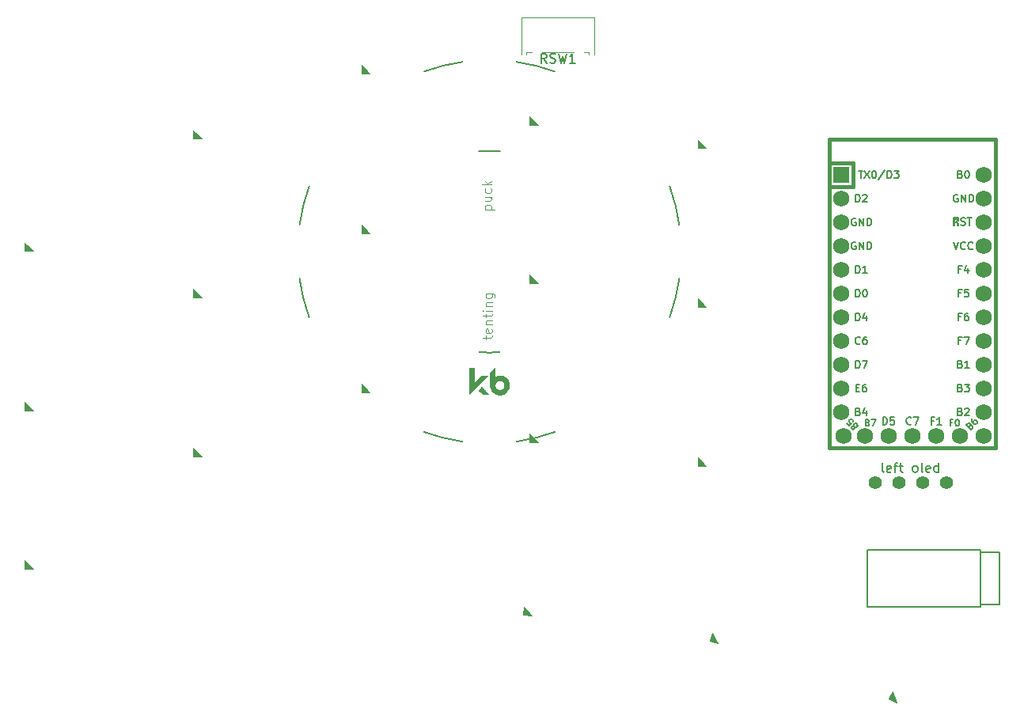
<source format=gbr>
%TF.GenerationSoftware,KiCad,Pcbnew,(6.0.0)*%
%TF.CreationDate,2022-04-19T22:23:16-07:00*%
%TF.ProjectId,half-swept,68616c66-2d73-4776-9570-742e6b696361,rev?*%
%TF.SameCoordinates,Original*%
%TF.FileFunction,Legend,Top*%
%TF.FilePolarity,Positive*%
%FSLAX46Y46*%
G04 Gerber Fmt 4.6, Leading zero omitted, Abs format (unit mm)*
G04 Created by KiCad (PCBNEW (6.0.0)) date 2022-04-19 22:23:16*
%MOMM*%
%LPD*%
G01*
G04 APERTURE LIST*
%ADD10C,0.150000*%
%ADD11C,0.100000*%
%ADD12C,0.120000*%
%ADD13C,0.200000*%
%ADD14C,0.010000*%
%ADD15C,0.381000*%
%ADD16R,1.752600X1.752600*%
%ADD17C,1.752600*%
%ADD18C,1.397000*%
G04 APERTURE END LIST*
D10*
%TO.C,RSW1*%
X73640950Y-17537375D02*
X73307616Y-17061185D01*
X73069521Y-17537375D02*
X73069521Y-16537375D01*
X73450474Y-16537375D01*
X73545712Y-16584995D01*
X73593331Y-16632614D01*
X73640950Y-16727852D01*
X73640950Y-16870709D01*
X73593331Y-16965947D01*
X73545712Y-17013566D01*
X73450474Y-17061185D01*
X73069521Y-17061185D01*
X74021902Y-17489756D02*
X74164759Y-17537375D01*
X74402855Y-17537375D01*
X74498093Y-17489756D01*
X74545712Y-17442137D01*
X74593331Y-17346899D01*
X74593331Y-17251661D01*
X74545712Y-17156423D01*
X74498093Y-17108804D01*
X74402855Y-17061185D01*
X74212378Y-17013566D01*
X74117140Y-16965947D01*
X74069521Y-16918328D01*
X74021902Y-16823090D01*
X74021902Y-16727852D01*
X74069521Y-16632614D01*
X74117140Y-16584995D01*
X74212378Y-16537375D01*
X74450474Y-16537375D01*
X74593331Y-16584995D01*
X74926664Y-16537375D02*
X75164759Y-17537375D01*
X75355236Y-16823090D01*
X75545712Y-17537375D01*
X75783807Y-16537375D01*
X76688569Y-17537375D02*
X76117140Y-17537375D01*
X76402855Y-17537375D02*
X76402855Y-16537375D01*
X76307616Y-16680233D01*
X76212378Y-16775471D01*
X76117140Y-16823090D01*
D11*
%TO.C,REF\u002A\u002A*%
X67125450Y-47100495D02*
X67125450Y-46719542D01*
X66792116Y-46957637D02*
X67649259Y-46957637D01*
X67744497Y-46910018D01*
X67792116Y-46814780D01*
X67792116Y-46719542D01*
X67744497Y-46005256D02*
X67792116Y-46100495D01*
X67792116Y-46290971D01*
X67744497Y-46386209D01*
X67649259Y-46433828D01*
X67268307Y-46433828D01*
X67173069Y-46386209D01*
X67125450Y-46290971D01*
X67125450Y-46100495D01*
X67173069Y-46005256D01*
X67268307Y-45957637D01*
X67363545Y-45957637D01*
X67458783Y-46433828D01*
X67125450Y-45529066D02*
X67792116Y-45529066D01*
X67220688Y-45529066D02*
X67173069Y-45481447D01*
X67125450Y-45386209D01*
X67125450Y-45243352D01*
X67173069Y-45148114D01*
X67268307Y-45100495D01*
X67792116Y-45100495D01*
X67125450Y-44767161D02*
X67125450Y-44386209D01*
X66792116Y-44624304D02*
X67649259Y-44624304D01*
X67744497Y-44576685D01*
X67792116Y-44481447D01*
X67792116Y-44386209D01*
X67792116Y-44052875D02*
X67125450Y-44052875D01*
X66792116Y-44052875D02*
X66839736Y-44100495D01*
X66887355Y-44052875D01*
X66839736Y-44005256D01*
X66792116Y-44052875D01*
X66887355Y-44052875D01*
X67125450Y-43576685D02*
X67792116Y-43576685D01*
X67220688Y-43576685D02*
X67173069Y-43529066D01*
X67125450Y-43433828D01*
X67125450Y-43290971D01*
X67173069Y-43195733D01*
X67268307Y-43148114D01*
X67792116Y-43148114D01*
X67125450Y-42243352D02*
X67934974Y-42243352D01*
X68030212Y-42290971D01*
X68077831Y-42338590D01*
X68125450Y-42433828D01*
X68125450Y-42576685D01*
X68077831Y-42671923D01*
X67744497Y-42243352D02*
X67792116Y-42338590D01*
X67792116Y-42529066D01*
X67744497Y-42624304D01*
X67696878Y-42671923D01*
X67601640Y-42719542D01*
X67315926Y-42719542D01*
X67220688Y-42671923D01*
X67173069Y-42624304D01*
X67125450Y-42529066D01*
X67125450Y-42338590D01*
X67173069Y-42243352D01*
X67061950Y-33209995D02*
X68061950Y-33209995D01*
X67109569Y-33209995D02*
X67061950Y-33114756D01*
X67061950Y-32924280D01*
X67109569Y-32829042D01*
X67157188Y-32781423D01*
X67252426Y-32733804D01*
X67538140Y-32733804D01*
X67633378Y-32781423D01*
X67680997Y-32829042D01*
X67728616Y-32924280D01*
X67728616Y-33114756D01*
X67680997Y-33209995D01*
X67061950Y-31876661D02*
X67728616Y-31876661D01*
X67061950Y-32305233D02*
X67585759Y-32305233D01*
X67680997Y-32257614D01*
X67728616Y-32162375D01*
X67728616Y-32019518D01*
X67680997Y-31924280D01*
X67633378Y-31876661D01*
X67680997Y-30971899D02*
X67728616Y-31067137D01*
X67728616Y-31257614D01*
X67680997Y-31352852D01*
X67633378Y-31400471D01*
X67538140Y-31448090D01*
X67252426Y-31448090D01*
X67157188Y-31400471D01*
X67109569Y-31352852D01*
X67061950Y-31257614D01*
X67061950Y-31067137D01*
X67109569Y-30971899D01*
X67728616Y-30543328D02*
X66728616Y-30543328D01*
X67347664Y-30448090D02*
X67728616Y-30162375D01*
X67061950Y-30162375D02*
X67442902Y-30543328D01*
D10*
%TO.C,U2*%
X106766854Y-52312103D02*
X107033520Y-52312103D01*
X107147806Y-52731150D02*
X106766854Y-52731150D01*
X106766854Y-51931150D01*
X107147806Y-51931150D01*
X107833520Y-51931150D02*
X107681139Y-51931150D01*
X107604949Y-51969246D01*
X107566854Y-52007341D01*
X107490663Y-52121626D01*
X107452568Y-52274007D01*
X107452568Y-52578769D01*
X107490663Y-52654960D01*
X107528758Y-52693055D01*
X107604949Y-52731150D01*
X107757330Y-52731150D01*
X107833520Y-52693055D01*
X107871615Y-52654960D01*
X107909711Y-52578769D01*
X107909711Y-52388293D01*
X107871615Y-52312103D01*
X107833520Y-52274007D01*
X107757330Y-52235912D01*
X107604949Y-52235912D01*
X107528758Y-52274007D01*
X107490663Y-52312103D01*
X107452568Y-52388293D01*
X117046901Y-56029246D02*
X116813568Y-56029246D01*
X116813568Y-56395912D02*
X116813568Y-55695912D01*
X117146901Y-55695912D01*
X117546901Y-55695912D02*
X117613568Y-55695912D01*
X117680235Y-55729246D01*
X117713568Y-55762579D01*
X117746901Y-55829246D01*
X117780235Y-55962579D01*
X117780235Y-56129246D01*
X117746901Y-56262579D01*
X117713568Y-56329246D01*
X117680235Y-56362579D01*
X117613568Y-56395912D01*
X117546901Y-56395912D01*
X117480235Y-56362579D01*
X117446901Y-56329246D01*
X117413568Y-56262579D01*
X117380235Y-56129246D01*
X117380235Y-55962579D01*
X117413568Y-55829246D01*
X117446901Y-55762579D01*
X117480235Y-55729246D01*
X117546901Y-55695912D01*
X106728758Y-45111150D02*
X106728758Y-44311150D01*
X106919235Y-44311150D01*
X107033520Y-44349246D01*
X107109711Y-44425436D01*
X107147806Y-44501626D01*
X107185901Y-44654007D01*
X107185901Y-44768293D01*
X107147806Y-44920674D01*
X107109711Y-44996865D01*
X107033520Y-45073055D01*
X106919235Y-45111150D01*
X106728758Y-45111150D01*
X107871615Y-44577817D02*
X107871615Y-45111150D01*
X107681139Y-44273055D02*
X107490663Y-44844484D01*
X107985901Y-44844484D01*
X106728758Y-50191150D02*
X106728758Y-49391150D01*
X106919235Y-49391150D01*
X107033520Y-49429246D01*
X107109711Y-49505436D01*
X107147806Y-49581626D01*
X107185901Y-49734007D01*
X107185901Y-49848293D01*
X107147806Y-50000674D01*
X107109711Y-50076865D01*
X107033520Y-50153055D01*
X106919235Y-50191150D01*
X106728758Y-50191150D01*
X107452568Y-49391150D02*
X107985901Y-49391150D01*
X107643044Y-50191150D01*
X107185901Y-47574960D02*
X107147806Y-47613055D01*
X107033520Y-47651150D01*
X106957330Y-47651150D01*
X106843044Y-47613055D01*
X106766854Y-47536865D01*
X106728758Y-47460674D01*
X106690663Y-47308293D01*
X106690663Y-47194007D01*
X106728758Y-47041626D01*
X106766854Y-46965436D01*
X106843044Y-46889246D01*
X106957330Y-46851150D01*
X107033520Y-46851150D01*
X107147806Y-46889246D01*
X107185901Y-46927341D01*
X107871615Y-46851150D02*
X107719235Y-46851150D01*
X107643044Y-46889246D01*
X107604949Y-46927341D01*
X107528758Y-47041626D01*
X107490663Y-47194007D01*
X107490663Y-47498769D01*
X107528758Y-47574960D01*
X107566854Y-47613055D01*
X107643044Y-47651150D01*
X107795425Y-47651150D01*
X107871615Y-47613055D01*
X107909711Y-47574960D01*
X107947806Y-47498769D01*
X107947806Y-47308293D01*
X107909711Y-47232103D01*
X107871615Y-47194007D01*
X107795425Y-47155912D01*
X107643044Y-47155912D01*
X107566854Y-47194007D01*
X107528758Y-47232103D01*
X107490663Y-47308293D01*
X117974568Y-39612103D02*
X117707901Y-39612103D01*
X117707901Y-40031150D02*
X117707901Y-39231150D01*
X118088854Y-39231150D01*
X118736473Y-39497817D02*
X118736473Y-40031150D01*
X118545996Y-39193055D02*
X118355520Y-39764484D01*
X118850758Y-39764484D01*
X106709711Y-34189246D02*
X106633520Y-34151150D01*
X106519235Y-34151150D01*
X106404949Y-34189246D01*
X106328758Y-34265436D01*
X106290663Y-34341626D01*
X106252568Y-34494007D01*
X106252568Y-34608293D01*
X106290663Y-34760674D01*
X106328758Y-34836865D01*
X106404949Y-34913055D01*
X106519235Y-34951150D01*
X106595425Y-34951150D01*
X106709711Y-34913055D01*
X106747806Y-34874960D01*
X106747806Y-34608293D01*
X106595425Y-34608293D01*
X107090663Y-34951150D02*
X107090663Y-34151150D01*
X107547806Y-34951150D01*
X107547806Y-34151150D01*
X107928758Y-34951150D02*
X107928758Y-34151150D01*
X108119235Y-34151150D01*
X108233520Y-34189246D01*
X108309711Y-34265436D01*
X108347806Y-34341626D01*
X108385901Y-34494007D01*
X108385901Y-34608293D01*
X108347806Y-34760674D01*
X108309711Y-34836865D01*
X108233520Y-34913055D01*
X108119235Y-34951150D01*
X107928758Y-34951150D01*
X107996901Y-56029246D02*
X108096901Y-56062579D01*
X108130235Y-56095912D01*
X108163568Y-56162579D01*
X108163568Y-56262579D01*
X108130235Y-56329246D01*
X108096901Y-56362579D01*
X108030235Y-56395912D01*
X107763568Y-56395912D01*
X107763568Y-55695912D01*
X107996901Y-55695912D01*
X108063568Y-55729246D01*
X108096901Y-55762579D01*
X108130235Y-55829246D01*
X108130235Y-55895912D01*
X108096901Y-55962579D01*
X108063568Y-55995912D01*
X107996901Y-56029246D01*
X107763568Y-56029246D01*
X108396901Y-55695912D02*
X108863568Y-55695912D01*
X108563568Y-56395912D01*
X117917425Y-54852103D02*
X118031711Y-54890198D01*
X118069806Y-54928293D01*
X118107901Y-55004484D01*
X118107901Y-55118769D01*
X118069806Y-55194960D01*
X118031711Y-55233055D01*
X117955520Y-55271150D01*
X117650758Y-55271150D01*
X117650758Y-54471150D01*
X117917425Y-54471150D01*
X117993615Y-54509246D01*
X118031711Y-54547341D01*
X118069806Y-54623531D01*
X118069806Y-54699722D01*
X118031711Y-54775912D01*
X117993615Y-54814007D01*
X117917425Y-54852103D01*
X117650758Y-54852103D01*
X118412663Y-54547341D02*
X118450758Y-54509246D01*
X118526949Y-54471150D01*
X118717425Y-54471150D01*
X118793615Y-54509246D01*
X118831711Y-54547341D01*
X118869806Y-54623531D01*
X118869806Y-54699722D01*
X118831711Y-54814007D01*
X118374568Y-55271150D01*
X118869806Y-55271150D01*
X115053568Y-55822103D02*
X114786901Y-55822103D01*
X114786901Y-56241150D02*
X114786901Y-55441150D01*
X115167854Y-55441150D01*
X115891663Y-56241150D02*
X115434520Y-56241150D01*
X115663092Y-56241150D02*
X115663092Y-55441150D01*
X115586901Y-55555436D01*
X115510711Y-55631626D01*
X115434520Y-55669722D01*
X117917425Y-52312103D02*
X118031711Y-52350198D01*
X118069806Y-52388293D01*
X118107901Y-52464484D01*
X118107901Y-52578769D01*
X118069806Y-52654960D01*
X118031711Y-52693055D01*
X117955520Y-52731150D01*
X117650758Y-52731150D01*
X117650758Y-51931150D01*
X117917425Y-51931150D01*
X117993615Y-51969246D01*
X118031711Y-52007341D01*
X118069806Y-52083531D01*
X118069806Y-52159722D01*
X118031711Y-52235912D01*
X117993615Y-52274007D01*
X117917425Y-52312103D01*
X117650758Y-52312103D01*
X118374568Y-51931150D02*
X118869806Y-51931150D01*
X118603139Y-52235912D01*
X118717425Y-52235912D01*
X118793615Y-52274007D01*
X118831711Y-52312103D01*
X118869806Y-52388293D01*
X118869806Y-52578769D01*
X118831711Y-52654960D01*
X118793615Y-52693055D01*
X118717425Y-52731150D01*
X118488854Y-52731150D01*
X118412663Y-52693055D01*
X118374568Y-52654960D01*
X106728758Y-42571150D02*
X106728758Y-41771150D01*
X106919235Y-41771150D01*
X107033520Y-41809246D01*
X107109711Y-41885436D01*
X107147806Y-41961626D01*
X107185901Y-42114007D01*
X107185901Y-42228293D01*
X107147806Y-42380674D01*
X107109711Y-42456865D01*
X107033520Y-42533055D01*
X106919235Y-42571150D01*
X106728758Y-42571150D01*
X107681139Y-41771150D02*
X107757330Y-41771150D01*
X107833520Y-41809246D01*
X107871615Y-41847341D01*
X107909711Y-41923531D01*
X107947806Y-42075912D01*
X107947806Y-42266388D01*
X107909711Y-42418769D01*
X107871615Y-42494960D01*
X107833520Y-42533055D01*
X107757330Y-42571150D01*
X107681139Y-42571150D01*
X107604949Y-42533055D01*
X107566854Y-42494960D01*
X107528758Y-42418769D01*
X107490663Y-42266388D01*
X107490663Y-42075912D01*
X107528758Y-41923531D01*
X107566854Y-41847341D01*
X107604949Y-41809246D01*
X107681139Y-41771150D01*
X109649758Y-56241150D02*
X109649758Y-55441150D01*
X109840235Y-55441150D01*
X109954520Y-55479246D01*
X110030711Y-55555436D01*
X110068806Y-55631626D01*
X110106901Y-55784007D01*
X110106901Y-55898293D01*
X110068806Y-56050674D01*
X110030711Y-56126865D01*
X109954520Y-56203055D01*
X109840235Y-56241150D01*
X109649758Y-56241150D01*
X110830711Y-55441150D02*
X110449758Y-55441150D01*
X110411663Y-55822103D01*
X110449758Y-55784007D01*
X110525949Y-55745912D01*
X110716425Y-55745912D01*
X110792615Y-55784007D01*
X110830711Y-55822103D01*
X110868806Y-55898293D01*
X110868806Y-56088769D01*
X110830711Y-56164960D01*
X110792615Y-56203055D01*
X110716425Y-56241150D01*
X110525949Y-56241150D01*
X110449758Y-56203055D01*
X110411663Y-56164960D01*
X106545226Y-56414948D02*
X106498086Y-56320667D01*
X106498086Y-56273526D01*
X106521656Y-56202816D01*
X106592367Y-56132105D01*
X106663077Y-56108535D01*
X106710218Y-56108535D01*
X106780928Y-56132105D01*
X106969490Y-56320667D01*
X106474515Y-56815642D01*
X106309524Y-56650650D01*
X106285954Y-56579939D01*
X106285954Y-56532799D01*
X106309524Y-56462088D01*
X106356664Y-56414948D01*
X106427375Y-56391378D01*
X106474515Y-56391378D01*
X106545226Y-56414948D01*
X106710218Y-56579939D01*
X105743838Y-56084965D02*
X105979541Y-56320667D01*
X106238813Y-56108535D01*
X106191673Y-56108535D01*
X106120962Y-56084965D01*
X106003111Y-55967113D01*
X105979541Y-55896403D01*
X105979541Y-55849262D01*
X106003111Y-55778552D01*
X106120962Y-55660701D01*
X106191673Y-55637130D01*
X106238813Y-55637130D01*
X106309524Y-55660701D01*
X106427375Y-55778552D01*
X106450945Y-55849262D01*
X106450945Y-55896403D01*
X106709711Y-36729246D02*
X106633520Y-36691150D01*
X106519235Y-36691150D01*
X106404949Y-36729246D01*
X106328758Y-36805436D01*
X106290663Y-36881626D01*
X106252568Y-37034007D01*
X106252568Y-37148293D01*
X106290663Y-37300674D01*
X106328758Y-37376865D01*
X106404949Y-37453055D01*
X106519235Y-37491150D01*
X106595425Y-37491150D01*
X106709711Y-37453055D01*
X106747806Y-37414960D01*
X106747806Y-37148293D01*
X106595425Y-37148293D01*
X107090663Y-37491150D02*
X107090663Y-36691150D01*
X107547806Y-37491150D01*
X107547806Y-36691150D01*
X107928758Y-37491150D02*
X107928758Y-36691150D01*
X108119235Y-36691150D01*
X108233520Y-36729246D01*
X108309711Y-36805436D01*
X108347806Y-36881626D01*
X108385901Y-37034007D01*
X108385901Y-37148293D01*
X108347806Y-37300674D01*
X108309711Y-37376865D01*
X108233520Y-37453055D01*
X108119235Y-37491150D01*
X107928758Y-37491150D01*
X117980021Y-34883055D02*
X118094307Y-34921150D01*
X118284783Y-34921150D01*
X118360974Y-34883055D01*
X118399069Y-34844960D01*
X118437164Y-34768769D01*
X118437164Y-34692579D01*
X118399069Y-34616388D01*
X118360974Y-34578293D01*
X118284783Y-34540198D01*
X118132402Y-34502103D01*
X118056212Y-34464007D01*
X118018116Y-34425912D01*
X117980021Y-34349722D01*
X117980021Y-34273531D01*
X118018116Y-34197341D01*
X118056212Y-34159246D01*
X118132402Y-34121150D01*
X118322878Y-34121150D01*
X118437164Y-34159246D01*
X118665735Y-34121150D02*
X119122878Y-34121150D01*
X118894307Y-34921150D02*
X118894307Y-34121150D01*
X112646901Y-56164960D02*
X112608806Y-56203055D01*
X112494520Y-56241150D01*
X112418330Y-56241150D01*
X112304044Y-56203055D01*
X112227854Y-56126865D01*
X112189758Y-56050674D01*
X112151663Y-55898293D01*
X112151663Y-55784007D01*
X112189758Y-55631626D01*
X112227854Y-55555436D01*
X112304044Y-55479246D01*
X112418330Y-55441150D01*
X112494520Y-55441150D01*
X112608806Y-55479246D01*
X112646901Y-55517341D01*
X112913568Y-55441150D02*
X113446901Y-55441150D01*
X113104044Y-56241150D01*
X118944532Y-56344237D02*
X119038813Y-56297097D01*
X119085954Y-56297097D01*
X119156664Y-56320667D01*
X119227375Y-56391378D01*
X119250945Y-56462088D01*
X119250945Y-56509229D01*
X119227375Y-56579939D01*
X119038813Y-56768501D01*
X118543838Y-56273526D01*
X118708830Y-56108535D01*
X118779541Y-56084965D01*
X118826681Y-56084965D01*
X118897392Y-56108535D01*
X118944532Y-56155675D01*
X118968102Y-56226386D01*
X118968102Y-56273526D01*
X118944532Y-56344237D01*
X118779541Y-56509229D01*
X119250945Y-55566420D02*
X119156664Y-55660701D01*
X119133094Y-55731411D01*
X119133094Y-55778552D01*
X119156664Y-55896403D01*
X119227375Y-56014254D01*
X119415937Y-56202816D01*
X119486647Y-56226386D01*
X119533788Y-56226386D01*
X119604499Y-56202816D01*
X119698779Y-56108535D01*
X119722350Y-56037824D01*
X119722350Y-55990684D01*
X119698779Y-55919973D01*
X119580928Y-55802122D01*
X119510218Y-55778552D01*
X119463077Y-55778552D01*
X119392367Y-55802122D01*
X119298086Y-55896403D01*
X119274515Y-55967113D01*
X119274515Y-56014254D01*
X119298086Y-56084965D01*
X117974568Y-42152103D02*
X117707901Y-42152103D01*
X117707901Y-42571150D02*
X117707901Y-41771150D01*
X118088854Y-41771150D01*
X118774568Y-41771150D02*
X118393615Y-41771150D01*
X118355520Y-42152103D01*
X118393615Y-42114007D01*
X118469806Y-42075912D01*
X118660282Y-42075912D01*
X118736473Y-42114007D01*
X118774568Y-42152103D01*
X118812663Y-42228293D01*
X118812663Y-42418769D01*
X118774568Y-42494960D01*
X118736473Y-42533055D01*
X118660282Y-42571150D01*
X118469806Y-42571150D01*
X118393615Y-42533055D01*
X118355520Y-42494960D01*
X107017886Y-29071150D02*
X107475029Y-29071150D01*
X107246458Y-29871150D02*
X107246458Y-29071150D01*
X107665505Y-29071150D02*
X108198839Y-29871150D01*
X108198839Y-29071150D02*
X107665505Y-29871150D01*
X108655982Y-29071150D02*
X108732172Y-29071150D01*
X108808363Y-29109246D01*
X108846458Y-29147341D01*
X108884553Y-29223531D01*
X108922648Y-29375912D01*
X108922648Y-29566388D01*
X108884553Y-29718769D01*
X108846458Y-29794960D01*
X108808363Y-29833055D01*
X108732172Y-29871150D01*
X108655982Y-29871150D01*
X108579791Y-29833055D01*
X108541696Y-29794960D01*
X108503601Y-29718769D01*
X108465505Y-29566388D01*
X108465505Y-29375912D01*
X108503601Y-29223531D01*
X108541696Y-29147341D01*
X108579791Y-29109246D01*
X108655982Y-29071150D01*
X109836934Y-29033055D02*
X109151220Y-30061626D01*
X110103601Y-29871150D02*
X110103601Y-29071150D01*
X110294077Y-29071150D01*
X110408363Y-29109246D01*
X110484553Y-29185436D01*
X110522648Y-29261626D01*
X110560743Y-29414007D01*
X110560743Y-29528293D01*
X110522648Y-29680674D01*
X110484553Y-29756865D01*
X110408363Y-29833055D01*
X110294077Y-29871150D01*
X110103601Y-29871150D01*
X110827410Y-29071150D02*
X111322648Y-29071150D01*
X111055982Y-29375912D01*
X111170267Y-29375912D01*
X111246458Y-29414007D01*
X111284553Y-29452103D01*
X111322648Y-29528293D01*
X111322648Y-29718769D01*
X111284553Y-29794960D01*
X111246458Y-29833055D01*
X111170267Y-29871150D01*
X110941696Y-29871150D01*
X110865505Y-29833055D01*
X110827410Y-29794960D01*
X106728758Y-40031150D02*
X106728758Y-39231150D01*
X106919235Y-39231150D01*
X107033520Y-39269246D01*
X107109711Y-39345436D01*
X107147806Y-39421626D01*
X107185901Y-39574007D01*
X107185901Y-39688293D01*
X107147806Y-39840674D01*
X107109711Y-39916865D01*
X107033520Y-39993055D01*
X106919235Y-40031150D01*
X106728758Y-40031150D01*
X107947806Y-40031150D02*
X107490663Y-40031150D01*
X107719235Y-40031150D02*
X107719235Y-39231150D01*
X107643044Y-39345436D01*
X107566854Y-39421626D01*
X107490663Y-39459722D01*
X106728758Y-32411150D02*
X106728758Y-31611150D01*
X106919235Y-31611150D01*
X107033520Y-31649246D01*
X107109711Y-31725436D01*
X107147806Y-31801626D01*
X107185901Y-31954007D01*
X107185901Y-32068293D01*
X107147806Y-32220674D01*
X107109711Y-32296865D01*
X107033520Y-32373055D01*
X106919235Y-32411150D01*
X106728758Y-32411150D01*
X107490663Y-31687341D02*
X107528758Y-31649246D01*
X107604949Y-31611150D01*
X107795425Y-31611150D01*
X107871615Y-31649246D01*
X107909711Y-31687341D01*
X107947806Y-31763531D01*
X107947806Y-31839722D01*
X107909711Y-31954007D01*
X107452568Y-32411150D01*
X107947806Y-32411150D01*
X117917425Y-29452103D02*
X118031711Y-29490198D01*
X118069806Y-29528293D01*
X118107901Y-29604484D01*
X118107901Y-29718769D01*
X118069806Y-29794960D01*
X118031711Y-29833055D01*
X117955520Y-29871150D01*
X117650758Y-29871150D01*
X117650758Y-29071150D01*
X117917425Y-29071150D01*
X117993615Y-29109246D01*
X118031711Y-29147341D01*
X118069806Y-29223531D01*
X118069806Y-29299722D01*
X118031711Y-29375912D01*
X117993615Y-29414007D01*
X117917425Y-29452103D01*
X117650758Y-29452103D01*
X118603139Y-29071150D02*
X118679330Y-29071150D01*
X118755520Y-29109246D01*
X118793615Y-29147341D01*
X118831711Y-29223531D01*
X118869806Y-29375912D01*
X118869806Y-29566388D01*
X118831711Y-29718769D01*
X118793615Y-29794960D01*
X118755520Y-29833055D01*
X118679330Y-29871150D01*
X118603139Y-29871150D01*
X118526949Y-29833055D01*
X118488854Y-29794960D01*
X118450758Y-29718769D01*
X118412663Y-29566388D01*
X118412663Y-29375912D01*
X118450758Y-29223531D01*
X118488854Y-29147341D01*
X118526949Y-29109246D01*
X118603139Y-29071150D01*
X117974568Y-47232103D02*
X117707901Y-47232103D01*
X117707901Y-47651150D02*
X117707901Y-46851150D01*
X118088854Y-46851150D01*
X118317425Y-46851150D02*
X118850758Y-46851150D01*
X118507901Y-47651150D01*
X106995425Y-54852103D02*
X107109711Y-54890198D01*
X107147806Y-54928293D01*
X107185901Y-55004484D01*
X107185901Y-55118769D01*
X107147806Y-55194960D01*
X107109711Y-55233055D01*
X107033520Y-55271150D01*
X106728758Y-55271150D01*
X106728758Y-54471150D01*
X106995425Y-54471150D01*
X107071615Y-54509246D01*
X107109711Y-54547341D01*
X107147806Y-54623531D01*
X107147806Y-54699722D01*
X107109711Y-54775912D01*
X107071615Y-54814007D01*
X106995425Y-54852103D01*
X106728758Y-54852103D01*
X107871615Y-54737817D02*
X107871615Y-55271150D01*
X107681139Y-54433055D02*
X107490663Y-55004484D01*
X107985901Y-55004484D01*
X117174568Y-36691150D02*
X117441235Y-37491150D01*
X117707901Y-36691150D01*
X118431711Y-37414960D02*
X118393615Y-37453055D01*
X118279330Y-37491150D01*
X118203139Y-37491150D01*
X118088854Y-37453055D01*
X118012663Y-37376865D01*
X117974568Y-37300674D01*
X117936473Y-37148293D01*
X117936473Y-37034007D01*
X117974568Y-36881626D01*
X118012663Y-36805436D01*
X118088854Y-36729246D01*
X118203139Y-36691150D01*
X118279330Y-36691150D01*
X118393615Y-36729246D01*
X118431711Y-36767341D01*
X119231711Y-37414960D02*
X119193615Y-37453055D01*
X119079330Y-37491150D01*
X119003139Y-37491150D01*
X118888854Y-37453055D01*
X118812663Y-37376865D01*
X118774568Y-37300674D01*
X118736473Y-37148293D01*
X118736473Y-37034007D01*
X118774568Y-36881626D01*
X118812663Y-36805436D01*
X118888854Y-36729246D01*
X119003139Y-36691150D01*
X119079330Y-36691150D01*
X119193615Y-36729246D01*
X119231711Y-36767341D01*
X117917425Y-49772103D02*
X118031711Y-49810198D01*
X118069806Y-49848293D01*
X118107901Y-49924484D01*
X118107901Y-50038769D01*
X118069806Y-50114960D01*
X118031711Y-50153055D01*
X117955520Y-50191150D01*
X117650758Y-50191150D01*
X117650758Y-49391150D01*
X117917425Y-49391150D01*
X117993615Y-49429246D01*
X118031711Y-49467341D01*
X118069806Y-49543531D01*
X118069806Y-49619722D01*
X118031711Y-49695912D01*
X117993615Y-49734007D01*
X117917425Y-49772103D01*
X117650758Y-49772103D01*
X118869806Y-50191150D02*
X118412663Y-50191150D01*
X118641235Y-50191150D02*
X118641235Y-49391150D01*
X118565044Y-49505436D01*
X118488854Y-49581626D01*
X118412663Y-49619722D01*
X117974568Y-44692103D02*
X117707901Y-44692103D01*
X117707901Y-45111150D02*
X117707901Y-44311150D01*
X118088854Y-44311150D01*
X118736473Y-44311150D02*
X118584092Y-44311150D01*
X118507901Y-44349246D01*
X118469806Y-44387341D01*
X118393615Y-44501626D01*
X118355520Y-44654007D01*
X118355520Y-44958769D01*
X118393615Y-45034960D01*
X118431711Y-45073055D01*
X118507901Y-45111150D01*
X118660282Y-45111150D01*
X118736473Y-45073055D01*
X118774568Y-45034960D01*
X118812663Y-44958769D01*
X118812663Y-44768293D01*
X118774568Y-44692103D01*
X118736473Y-44654007D01*
X118660282Y-44615912D01*
X118507901Y-44615912D01*
X118431711Y-44654007D01*
X118393615Y-44692103D01*
X118355520Y-44768293D01*
X117631711Y-31649246D02*
X117555520Y-31611150D01*
X117441235Y-31611150D01*
X117326949Y-31649246D01*
X117250758Y-31725436D01*
X117212663Y-31801626D01*
X117174568Y-31954007D01*
X117174568Y-32068293D01*
X117212663Y-32220674D01*
X117250758Y-32296865D01*
X117326949Y-32373055D01*
X117441235Y-32411150D01*
X117517425Y-32411150D01*
X117631711Y-32373055D01*
X117669806Y-32334960D01*
X117669806Y-32068293D01*
X117517425Y-32068293D01*
X118012663Y-32411150D02*
X118012663Y-31611150D01*
X118469806Y-32411150D01*
X118469806Y-31611150D01*
X118850758Y-32411150D02*
X118850758Y-31611150D01*
X119041235Y-31611150D01*
X119155520Y-31649246D01*
X119231711Y-31725436D01*
X119269806Y-31801626D01*
X119307901Y-31954007D01*
X119307901Y-32068293D01*
X119269806Y-32220674D01*
X119231711Y-32296865D01*
X119155520Y-32373055D01*
X119041235Y-32411150D01*
X118850758Y-32411150D01*
%TO.C,OL1*%
X109723093Y-61324875D02*
X109627855Y-61277256D01*
X109580236Y-61182018D01*
X109580236Y-60324875D01*
X110484997Y-61277256D02*
X110389759Y-61324875D01*
X110199283Y-61324875D01*
X110104045Y-61277256D01*
X110056426Y-61182018D01*
X110056426Y-60801066D01*
X110104045Y-60705828D01*
X110199283Y-60658209D01*
X110389759Y-60658209D01*
X110484997Y-60705828D01*
X110532616Y-60801066D01*
X110532616Y-60896304D01*
X110056426Y-60991542D01*
X110818331Y-60658209D02*
X111199283Y-60658209D01*
X110961188Y-61324875D02*
X110961188Y-60467733D01*
X111008807Y-60372495D01*
X111104045Y-60324875D01*
X111199283Y-60324875D01*
X111389759Y-60658209D02*
X111770712Y-60658209D01*
X111532616Y-60324875D02*
X111532616Y-61182018D01*
X111580236Y-61277256D01*
X111675474Y-61324875D01*
X111770712Y-61324875D01*
X113008807Y-61324875D02*
X112913569Y-61277256D01*
X112865950Y-61229637D01*
X112818331Y-61134399D01*
X112818331Y-60848685D01*
X112865950Y-60753447D01*
X112913569Y-60705828D01*
X113008807Y-60658209D01*
X113151664Y-60658209D01*
X113246902Y-60705828D01*
X113294521Y-60753447D01*
X113342140Y-60848685D01*
X113342140Y-61134399D01*
X113294521Y-61229637D01*
X113246902Y-61277256D01*
X113151664Y-61324875D01*
X113008807Y-61324875D01*
X113913569Y-61324875D02*
X113818331Y-61277256D01*
X113770712Y-61182018D01*
X113770712Y-60324875D01*
X114675474Y-61277256D02*
X114580236Y-61324875D01*
X114389759Y-61324875D01*
X114294521Y-61277256D01*
X114246902Y-61182018D01*
X114246902Y-60801066D01*
X114294521Y-60705828D01*
X114389759Y-60658209D01*
X114580236Y-60658209D01*
X114675474Y-60705828D01*
X114723093Y-60801066D01*
X114723093Y-60896304D01*
X114246902Y-60991542D01*
X115580236Y-61324875D02*
X115580236Y-60324875D01*
X115580236Y-61277256D02*
X115484997Y-61324875D01*
X115294521Y-61324875D01*
X115199283Y-61277256D01*
X115151664Y-61229637D01*
X115104045Y-61134399D01*
X115104045Y-60848685D01*
X115151664Y-60753447D01*
X115199283Y-60705828D01*
X115294521Y-60658209D01*
X115484997Y-60658209D01*
X115580236Y-60705828D01*
%TO.C,J2*%
X120098237Y-75762494D02*
X107998237Y-75762494D01*
X120098237Y-75512494D02*
X122098237Y-75512494D01*
X120098237Y-75762494D02*
X120098237Y-69662494D01*
X107998237Y-75762494D02*
X107998237Y-69662494D01*
X120098237Y-69912494D02*
X122098237Y-69912494D01*
X122098237Y-75512494D02*
X122098237Y-69912494D01*
X120098237Y-69662494D02*
X107998237Y-69662494D01*
D12*
%TO.C,RSW1*%
X78715236Y-12704995D02*
X78715236Y-16604995D01*
X70995236Y-12704995D02*
X78715236Y-12704995D01*
X70995236Y-12704995D02*
X70995236Y-16604995D01*
X77655236Y-16374995D02*
X78195236Y-16374995D01*
X73155236Y-16374995D02*
X76555236Y-16374995D01*
X78195236Y-16374995D02*
X78195236Y-16604995D01*
X71515236Y-16374995D02*
X71515236Y-16604995D01*
X71515236Y-16374995D02*
X72055236Y-16374995D01*
D13*
%TO.C,REF\u002A\u002A*%
X48244102Y-30734447D02*
G75*
G03*
X47210236Y-34884995I19286117J-7008044D01*
G01*
X70387736Y-58062495D02*
G75*
G03*
X74538283Y-57028629I-2857490J20319953D01*
G01*
X47210236Y-40599995D02*
G75*
G03*
X48244102Y-44750542I20319953J2857490D01*
G01*
X67530236Y-48537495D02*
G75*
G03*
X68658621Y-48478359I6J10794921D01*
G01*
X64672736Y-17422495D02*
G75*
G03*
X60522188Y-18456361I2857496J-20319983D01*
G01*
X60522190Y-57028630D02*
G75*
G03*
X64672736Y-58062495I7008058J19286185D01*
G01*
X67530236Y-26947495D02*
G75*
G03*
X66401851Y-27006631I-6J-10794921D01*
G01*
X87850236Y-34884995D02*
G75*
G03*
X86816371Y-30734450I-20320019J-2857506D01*
G01*
X68658621Y-27006631D02*
G75*
G03*
X67530236Y-26947495I-1128379J-10735785D01*
G01*
X66401851Y-48478359D02*
G75*
G03*
X67530236Y-48537495I1128379J10735785D01*
G01*
X86816371Y-44750541D02*
G75*
G03*
X87850236Y-40599995I-19286185J7008058D01*
G01*
X74538283Y-18456361D02*
G75*
G03*
X70387736Y-17422495I-7008037J-19286087D01*
G01*
D14*
X66710261Y-52230893D02*
X66732964Y-52253756D01*
X66732964Y-52253756D02*
X66767443Y-52289287D01*
X66767443Y-52289287D02*
X66811712Y-52335379D01*
X66811712Y-52335379D02*
X66863779Y-52389925D01*
X66863779Y-52389925D02*
X66921658Y-52450819D01*
X66921658Y-52450819D02*
X66983357Y-52515954D01*
X66983357Y-52515954D02*
X67046890Y-52583224D01*
X67046890Y-52583224D02*
X67110265Y-52650522D01*
X67110265Y-52650522D02*
X67171495Y-52715741D01*
X67171495Y-52715741D02*
X67228591Y-52776776D01*
X67228591Y-52776776D02*
X67279563Y-52831519D01*
X67279563Y-52831519D02*
X67322423Y-52877864D01*
X67322423Y-52877864D02*
X67355181Y-52913704D01*
X67355181Y-52913704D02*
X67375849Y-52936933D01*
X67375849Y-52936933D02*
X67378142Y-52939624D01*
X67378142Y-52939624D02*
X67406443Y-52973259D01*
X67406443Y-52973259D02*
X66786429Y-52973259D01*
X66786429Y-52973259D02*
X66613079Y-52797190D01*
X66613079Y-52797190D02*
X66559337Y-52742447D01*
X66559337Y-52742447D02*
X66509054Y-52690934D01*
X66509054Y-52690934D02*
X66465238Y-52645754D01*
X66465238Y-52645754D02*
X66430892Y-52610008D01*
X66430892Y-52610008D02*
X66409024Y-52586799D01*
X66409024Y-52586799D02*
X66405847Y-52583307D01*
X66405847Y-52583307D02*
X66371965Y-52545492D01*
X66371965Y-52545492D02*
X66533000Y-52384148D01*
X66533000Y-52384148D02*
X66582713Y-52334693D01*
X66582713Y-52334693D02*
X66626937Y-52291368D01*
X66626937Y-52291368D02*
X66663084Y-52256655D01*
X66663084Y-52256655D02*
X66688566Y-52233035D01*
X66688566Y-52233035D02*
X66700795Y-52222987D01*
X66700795Y-52222987D02*
X66701326Y-52222804D01*
X66701326Y-52222804D02*
X66710261Y-52230893D01*
X66710261Y-52230893D02*
X66710261Y-52230893D01*
G36*
X66710261Y-52230893D02*
G01*
X66732964Y-52253756D01*
X66767443Y-52289287D01*
X66811712Y-52335379D01*
X66863779Y-52389925D01*
X66921658Y-52450819D01*
X66983357Y-52515954D01*
X67046890Y-52583224D01*
X67110265Y-52650522D01*
X67171495Y-52715741D01*
X67228591Y-52776776D01*
X67279563Y-52831519D01*
X67322423Y-52877864D01*
X67355181Y-52913704D01*
X67375849Y-52936933D01*
X67378142Y-52939624D01*
X67406443Y-52973259D01*
X66786429Y-52973259D01*
X66613079Y-52797190D01*
X66559337Y-52742447D01*
X66509054Y-52690934D01*
X66465238Y-52645754D01*
X66430892Y-52610008D01*
X66409024Y-52586799D01*
X66405847Y-52583307D01*
X66371965Y-52545492D01*
X66533000Y-52384148D01*
X66582713Y-52334693D01*
X66626937Y-52291368D01*
X66663084Y-52256655D01*
X66688566Y-52233035D01*
X66700795Y-52222987D01*
X66701326Y-52222804D01*
X66710261Y-52230893D01*
G37*
X66710261Y-52230893D02*
X66732964Y-52253756D01*
X66767443Y-52289287D01*
X66811712Y-52335379D01*
X66863779Y-52389925D01*
X66921658Y-52450819D01*
X66983357Y-52515954D01*
X67046890Y-52583224D01*
X67110265Y-52650522D01*
X67171495Y-52715741D01*
X67228591Y-52776776D01*
X67279563Y-52831519D01*
X67322423Y-52877864D01*
X67355181Y-52913704D01*
X67375849Y-52936933D01*
X67378142Y-52939624D01*
X67406443Y-52973259D01*
X66786429Y-52973259D01*
X66613079Y-52797190D01*
X66559337Y-52742447D01*
X66509054Y-52690934D01*
X66465238Y-52645754D01*
X66430892Y-52610008D01*
X66409024Y-52586799D01*
X66405847Y-52583307D01*
X66371965Y-52545492D01*
X66533000Y-52384148D01*
X66582713Y-52334693D01*
X66626937Y-52291368D01*
X66663084Y-52256655D01*
X66688566Y-52233035D01*
X66700795Y-52222987D01*
X66701326Y-52222804D01*
X66710261Y-52230893D01*
X68108515Y-50690145D02*
X68108707Y-50794385D01*
X68108707Y-50794385D02*
X68109196Y-50891130D01*
X68109196Y-50891130D02*
X68109946Y-50978016D01*
X68109946Y-50978016D02*
X68110922Y-51052678D01*
X68110922Y-51052678D02*
X68112091Y-51112753D01*
X68112091Y-51112753D02*
X68113418Y-51155876D01*
X68113418Y-51155876D02*
X68114867Y-51179683D01*
X68114867Y-51179683D02*
X68115775Y-51183713D01*
X68115775Y-51183713D02*
X68128206Y-51177399D01*
X68128206Y-51177399D02*
X68153052Y-51161056D01*
X68153052Y-51161056D02*
X68177186Y-51143854D01*
X68177186Y-51143854D02*
X68291883Y-51073132D01*
X68291883Y-51073132D02*
X68414099Y-51024028D01*
X68414099Y-51024028D02*
X68544482Y-50996352D01*
X68544482Y-50996352D02*
X68683683Y-50989914D01*
X68683683Y-50989914D02*
X68701495Y-50990582D01*
X68701495Y-50990582D02*
X68791130Y-50997134D01*
X68791130Y-50997134D02*
X68867613Y-51009071D01*
X68867613Y-51009071D02*
X68939265Y-51028563D01*
X68939265Y-51028563D02*
X69014403Y-51057780D01*
X69014403Y-51057780D02*
X69084254Y-51090419D01*
X69084254Y-51090419D02*
X69212187Y-51165712D01*
X69212187Y-51165712D02*
X69325107Y-51257692D01*
X69325107Y-51257692D02*
X69422001Y-51364681D01*
X69422001Y-51364681D02*
X69501859Y-51485006D01*
X69501859Y-51485006D02*
X69563669Y-51616991D01*
X69563669Y-51616991D02*
X69606421Y-51758960D01*
X69606421Y-51758960D02*
X69629102Y-51909239D01*
X69629102Y-51909239D02*
X69632663Y-51998909D01*
X69632663Y-51998909D02*
X69622372Y-52151387D01*
X69622372Y-52151387D02*
X69591016Y-52295951D01*
X69591016Y-52295951D02*
X69537871Y-52435187D01*
X69537871Y-52435187D02*
X69480616Y-52542106D01*
X69480616Y-52542106D02*
X69394904Y-52662399D01*
X69394904Y-52662399D02*
X69293291Y-52767248D01*
X69293291Y-52767248D02*
X69177958Y-52855570D01*
X69177958Y-52855570D02*
X69051083Y-52926284D01*
X69051083Y-52926284D02*
X68914847Y-52978307D01*
X68914847Y-52978307D02*
X68771428Y-53010560D01*
X68771428Y-53010560D02*
X68623007Y-53021959D01*
X68623007Y-53021959D02*
X68522761Y-53017476D01*
X68522761Y-53017476D02*
X68378153Y-52992595D01*
X68378153Y-52992595D02*
X68237585Y-52946320D01*
X68237585Y-52946320D02*
X68104412Y-52880341D01*
X68104412Y-52880341D02*
X67981992Y-52796344D01*
X67981992Y-52796344D02*
X67873680Y-52696018D01*
X67873680Y-52696018D02*
X67865286Y-52686852D01*
X67865286Y-52686852D02*
X67784155Y-52582732D01*
X67784155Y-52582732D02*
X67714463Y-52464550D01*
X67714463Y-52464550D02*
X67659297Y-52338687D01*
X67659297Y-52338687D02*
X67621744Y-52211527D01*
X67621744Y-52211527D02*
X67612875Y-52165077D01*
X67612875Y-52165077D02*
X67610262Y-52136682D01*
X67610262Y-52136682D02*
X67607917Y-52086610D01*
X67607917Y-52086610D02*
X67606448Y-52036276D01*
X67606448Y-52036276D02*
X68102786Y-52036276D01*
X68102786Y-52036276D02*
X68113358Y-52133825D01*
X68113358Y-52133825D02*
X68143790Y-52227844D01*
X68143790Y-52227844D02*
X68172444Y-52281989D01*
X68172444Y-52281989D02*
X68239378Y-52370272D01*
X68239378Y-52370272D02*
X68318859Y-52441149D01*
X68318859Y-52441149D02*
X68408291Y-52493642D01*
X68408291Y-52493642D02*
X68505077Y-52526774D01*
X68505077Y-52526774D02*
X68606618Y-52539568D01*
X68606618Y-52539568D02*
X68710319Y-52531047D01*
X68710319Y-52531047D02*
X68783146Y-52511759D01*
X68783146Y-52511759D02*
X68826143Y-52495673D01*
X68826143Y-52495673D02*
X68867048Y-52478313D01*
X68867048Y-52478313D02*
X68883215Y-52470537D01*
X68883215Y-52470537D02*
X68928501Y-52439533D01*
X68928501Y-52439533D02*
X68977824Y-52393339D01*
X68977824Y-52393339D02*
X69025881Y-52337883D01*
X69025881Y-52337883D02*
X69067366Y-52279089D01*
X69067366Y-52279089D02*
X69088854Y-52240762D01*
X69088854Y-52240762D02*
X69109035Y-52196516D01*
X69109035Y-52196516D02*
X69121680Y-52157908D01*
X69121680Y-52157908D02*
X69129037Y-52115616D01*
X69129037Y-52115616D02*
X69133355Y-52060313D01*
X69133355Y-52060313D02*
X69133637Y-52055023D01*
X69133637Y-52055023D02*
X69130269Y-51947778D01*
X69130269Y-51947778D02*
X69107413Y-51849886D01*
X69107413Y-51849886D02*
X69063761Y-51756463D01*
X69063761Y-51756463D02*
X69045991Y-51727934D01*
X69045991Y-51727934D02*
X68981449Y-51650030D01*
X68981449Y-51650030D02*
X68902632Y-51587860D01*
X68902632Y-51587860D02*
X68812996Y-51542364D01*
X68812996Y-51542364D02*
X68715997Y-51514486D01*
X68715997Y-51514486D02*
X68615093Y-51505166D01*
X68615093Y-51505166D02*
X68513741Y-51515348D01*
X68513741Y-51515348D02*
X68415395Y-51545973D01*
X68415395Y-51545973D02*
X68401392Y-51552259D01*
X68401392Y-51552259D02*
X68313440Y-51605208D01*
X68313440Y-51605208D02*
X68239450Y-51673422D01*
X68239450Y-51673422D02*
X68180407Y-51753768D01*
X68180407Y-51753768D02*
X68137294Y-51843115D01*
X68137294Y-51843115D02*
X68111092Y-51938328D01*
X68111092Y-51938328D02*
X68102786Y-52036276D01*
X68102786Y-52036276D02*
X67606448Y-52036276D01*
X67606448Y-52036276D02*
X67605864Y-52016273D01*
X67605864Y-52016273D02*
X67604125Y-51927084D01*
X67604125Y-51927084D02*
X67602722Y-51820455D01*
X67602722Y-51820455D02*
X67601678Y-51697799D01*
X67601678Y-51697799D02*
X67601014Y-51560527D01*
X67601014Y-51560527D02*
X67600753Y-51410053D01*
X67600753Y-51410053D02*
X67600750Y-51398317D01*
X67600750Y-51398317D02*
X67600663Y-50706603D01*
X67600663Y-50706603D02*
X68108367Y-50196577D01*
X68108367Y-50196577D02*
X68108515Y-50690145D01*
X68108515Y-50690145D02*
X68108515Y-50690145D01*
G36*
X67604125Y-51927084D02*
G01*
X67602722Y-51820455D01*
X67601678Y-51697799D01*
X67601014Y-51560527D01*
X67600753Y-51410053D01*
X67600750Y-51398317D01*
X67600663Y-50706603D01*
X68108367Y-50196577D01*
X68108515Y-50690145D01*
X68108707Y-50794385D01*
X68109196Y-50891130D01*
X68109946Y-50978016D01*
X68110922Y-51052678D01*
X68112091Y-51112753D01*
X68113418Y-51155876D01*
X68114867Y-51179683D01*
X68115775Y-51183713D01*
X68128206Y-51177399D01*
X68153052Y-51161056D01*
X68177186Y-51143854D01*
X68291883Y-51073132D01*
X68414099Y-51024028D01*
X68544482Y-50996352D01*
X68683683Y-50989914D01*
X68701495Y-50990582D01*
X68791130Y-50997134D01*
X68867613Y-51009071D01*
X68939265Y-51028563D01*
X69014403Y-51057780D01*
X69084254Y-51090419D01*
X69212187Y-51165712D01*
X69325107Y-51257692D01*
X69422001Y-51364681D01*
X69501859Y-51485006D01*
X69563669Y-51616991D01*
X69606421Y-51758960D01*
X69629102Y-51909239D01*
X69632663Y-51998909D01*
X69622372Y-52151387D01*
X69591016Y-52295951D01*
X69537871Y-52435187D01*
X69480616Y-52542106D01*
X69394904Y-52662399D01*
X69293291Y-52767248D01*
X69177958Y-52855570D01*
X69051083Y-52926284D01*
X68914847Y-52978307D01*
X68771428Y-53010560D01*
X68623007Y-53021959D01*
X68522761Y-53017476D01*
X68378153Y-52992595D01*
X68237585Y-52946320D01*
X68104412Y-52880341D01*
X67981992Y-52796344D01*
X67873680Y-52696018D01*
X67865286Y-52686852D01*
X67784155Y-52582732D01*
X67714463Y-52464550D01*
X67659297Y-52338687D01*
X67621744Y-52211527D01*
X67612875Y-52165077D01*
X67610262Y-52136682D01*
X67607917Y-52086610D01*
X67606448Y-52036276D01*
X68102786Y-52036276D01*
X68113358Y-52133825D01*
X68143790Y-52227844D01*
X68172444Y-52281989D01*
X68239378Y-52370272D01*
X68318859Y-52441149D01*
X68408291Y-52493642D01*
X68505077Y-52526774D01*
X68606618Y-52539568D01*
X68710319Y-52531047D01*
X68783146Y-52511759D01*
X68826143Y-52495673D01*
X68867048Y-52478313D01*
X68883215Y-52470537D01*
X68928501Y-52439533D01*
X68977824Y-52393339D01*
X69025881Y-52337883D01*
X69067366Y-52279089D01*
X69088854Y-52240762D01*
X69109035Y-52196516D01*
X69121680Y-52157908D01*
X69129037Y-52115616D01*
X69133355Y-52060313D01*
X69133637Y-52055023D01*
X69130269Y-51947778D01*
X69107413Y-51849886D01*
X69063761Y-51756463D01*
X69045991Y-51727934D01*
X68981449Y-51650030D01*
X68902632Y-51587860D01*
X68812996Y-51542364D01*
X68715997Y-51514486D01*
X68615093Y-51505166D01*
X68513741Y-51515348D01*
X68415395Y-51545973D01*
X68401392Y-51552259D01*
X68313440Y-51605208D01*
X68239450Y-51673422D01*
X68180407Y-51753768D01*
X68137294Y-51843115D01*
X68111092Y-51938328D01*
X68102786Y-52036276D01*
X67606448Y-52036276D01*
X67605864Y-52016273D01*
X67604125Y-51927084D01*
G37*
X67604125Y-51927084D02*
X67602722Y-51820455D01*
X67601678Y-51697799D01*
X67601014Y-51560527D01*
X67600753Y-51410053D01*
X67600750Y-51398317D01*
X67600663Y-50706603D01*
X68108367Y-50196577D01*
X68108515Y-50690145D01*
X68108707Y-50794385D01*
X68109196Y-50891130D01*
X68109946Y-50978016D01*
X68110922Y-51052678D01*
X68112091Y-51112753D01*
X68113418Y-51155876D01*
X68114867Y-51179683D01*
X68115775Y-51183713D01*
X68128206Y-51177399D01*
X68153052Y-51161056D01*
X68177186Y-51143854D01*
X68291883Y-51073132D01*
X68414099Y-51024028D01*
X68544482Y-50996352D01*
X68683683Y-50989914D01*
X68701495Y-50990582D01*
X68791130Y-50997134D01*
X68867613Y-51009071D01*
X68939265Y-51028563D01*
X69014403Y-51057780D01*
X69084254Y-51090419D01*
X69212187Y-51165712D01*
X69325107Y-51257692D01*
X69422001Y-51364681D01*
X69501859Y-51485006D01*
X69563669Y-51616991D01*
X69606421Y-51758960D01*
X69629102Y-51909239D01*
X69632663Y-51998909D01*
X69622372Y-52151387D01*
X69591016Y-52295951D01*
X69537871Y-52435187D01*
X69480616Y-52542106D01*
X69394904Y-52662399D01*
X69293291Y-52767248D01*
X69177958Y-52855570D01*
X69051083Y-52926284D01*
X68914847Y-52978307D01*
X68771428Y-53010560D01*
X68623007Y-53021959D01*
X68522761Y-53017476D01*
X68378153Y-52992595D01*
X68237585Y-52946320D01*
X68104412Y-52880341D01*
X67981992Y-52796344D01*
X67873680Y-52696018D01*
X67865286Y-52686852D01*
X67784155Y-52582732D01*
X67714463Y-52464550D01*
X67659297Y-52338687D01*
X67621744Y-52211527D01*
X67612875Y-52165077D01*
X67610262Y-52136682D01*
X67607917Y-52086610D01*
X67606448Y-52036276D01*
X68102786Y-52036276D01*
X68113358Y-52133825D01*
X68143790Y-52227844D01*
X68172444Y-52281989D01*
X68239378Y-52370272D01*
X68318859Y-52441149D01*
X68408291Y-52493642D01*
X68505077Y-52526774D01*
X68606618Y-52539568D01*
X68710319Y-52531047D01*
X68783146Y-52511759D01*
X68826143Y-52495673D01*
X68867048Y-52478313D01*
X68883215Y-52470537D01*
X68928501Y-52439533D01*
X68977824Y-52393339D01*
X69025881Y-52337883D01*
X69067366Y-52279089D01*
X69088854Y-52240762D01*
X69109035Y-52196516D01*
X69121680Y-52157908D01*
X69129037Y-52115616D01*
X69133355Y-52060313D01*
X69133637Y-52055023D01*
X69130269Y-51947778D01*
X69107413Y-51849886D01*
X69063761Y-51756463D01*
X69045991Y-51727934D01*
X68981449Y-51650030D01*
X68902632Y-51587860D01*
X68812996Y-51542364D01*
X68715997Y-51514486D01*
X68615093Y-51505166D01*
X68513741Y-51515348D01*
X68415395Y-51545973D01*
X68401392Y-51552259D01*
X68313440Y-51605208D01*
X68239450Y-51673422D01*
X68180407Y-51753768D01*
X68137294Y-51843115D01*
X68111092Y-51938328D01*
X68102786Y-52036276D01*
X67606448Y-52036276D01*
X67605864Y-52016273D01*
X67604125Y-51927084D01*
X65903481Y-51824362D02*
X66706427Y-51021662D01*
X66706427Y-51021662D02*
X66994795Y-51024756D01*
X66994795Y-51024756D02*
X67283163Y-51027849D01*
X67283163Y-51027849D02*
X66435939Y-51887986D01*
X66435939Y-51887986D02*
X66318014Y-52007709D01*
X66318014Y-52007709D02*
X66203215Y-52124258D01*
X66203215Y-52124258D02*
X66092761Y-52236398D01*
X66092761Y-52236398D02*
X65987869Y-52342891D01*
X65987869Y-52342891D02*
X65889757Y-52442502D01*
X65889757Y-52442502D02*
X65799642Y-52533995D01*
X65799642Y-52533995D02*
X65718743Y-52616132D01*
X65718743Y-52616132D02*
X65648276Y-52687677D01*
X65648276Y-52687677D02*
X65589460Y-52747395D01*
X65589460Y-52747395D02*
X65543513Y-52794049D01*
X65543513Y-52794049D02*
X65511652Y-52826402D01*
X65511652Y-52826402D02*
X65497871Y-52840398D01*
X65497871Y-52840398D02*
X65407027Y-52932674D01*
X65407027Y-52932674D02*
X65407027Y-50190804D01*
X65407027Y-50190804D02*
X65903481Y-50190804D01*
X65903481Y-50190804D02*
X65903481Y-51824362D01*
X65903481Y-51824362D02*
X65903481Y-51824362D01*
G36*
X65903481Y-51824362D02*
G01*
X66706427Y-51021662D01*
X66994795Y-51024756D01*
X67283163Y-51027849D01*
X66435939Y-51887986D01*
X66318014Y-52007709D01*
X66203215Y-52124258D01*
X66092761Y-52236398D01*
X65987869Y-52342891D01*
X65889757Y-52442502D01*
X65799642Y-52533995D01*
X65718743Y-52616132D01*
X65648276Y-52687677D01*
X65589460Y-52747395D01*
X65543513Y-52794049D01*
X65511652Y-52826402D01*
X65497871Y-52840398D01*
X65407027Y-52932674D01*
X65407027Y-50190804D01*
X65903481Y-50190804D01*
X65903481Y-51824362D01*
G37*
X65903481Y-51824362D02*
X66706427Y-51021662D01*
X66994795Y-51024756D01*
X67283163Y-51027849D01*
X66435939Y-51887986D01*
X66318014Y-52007709D01*
X66203215Y-52124258D01*
X66092761Y-52236398D01*
X65987869Y-52342891D01*
X65889757Y-52442502D01*
X65799642Y-52533995D01*
X65718743Y-52616132D01*
X65648276Y-52687677D01*
X65589460Y-52747395D01*
X65543513Y-52794049D01*
X65511652Y-52826402D01*
X65497871Y-52840398D01*
X65407027Y-52932674D01*
X65407027Y-50190804D01*
X65903481Y-50190804D01*
X65903481Y-51824362D01*
D15*
%TO.C,U2*%
X106430235Y-28239246D02*
X106430235Y-30779246D01*
X121670235Y-25699246D02*
X103890235Y-25699246D01*
X106430235Y-30779246D02*
X103890235Y-30779246D01*
X121670235Y-58719246D02*
X121670235Y-28239246D01*
X103890235Y-58719246D02*
X121670235Y-58719246D01*
X103890235Y-28239246D02*
X103890235Y-58719246D01*
X103890235Y-25699246D02*
X103890235Y-28239246D01*
X121670235Y-28239246D02*
X121670235Y-25699246D01*
X106430235Y-28239246D02*
X103890235Y-28239246D01*
D10*
X117311803Y-34118606D02*
X117311803Y-34918606D01*
X117311803Y-34918606D02*
X117211803Y-34918606D01*
X117211803Y-34918606D02*
X117211803Y-34118606D01*
X117211803Y-34118606D02*
X117311803Y-34118606D01*
G36*
X117311803Y-34918606D02*
G01*
X117211803Y-34918606D01*
X117211803Y-34118606D01*
X117311803Y-34118606D01*
X117311803Y-34918606D01*
G37*
X117311803Y-34918606D02*
X117211803Y-34918606D01*
X117211803Y-34118606D01*
X117311803Y-34118606D01*
X117311803Y-34918606D01*
X117711803Y-34718606D02*
X117711803Y-34918606D01*
X117711803Y-34918606D02*
X117611803Y-34918606D01*
X117611803Y-34918606D02*
X117611803Y-34718606D01*
X117611803Y-34718606D02*
X117711803Y-34718606D01*
G36*
X117711803Y-34918606D02*
G01*
X117611803Y-34918606D01*
X117611803Y-34718606D01*
X117711803Y-34718606D01*
X117711803Y-34918606D01*
G37*
X117711803Y-34918606D02*
X117611803Y-34918606D01*
X117611803Y-34718606D01*
X117711803Y-34718606D01*
X117711803Y-34918606D01*
X117711803Y-34118606D02*
X117711803Y-34418606D01*
X117711803Y-34418606D02*
X117611803Y-34418606D01*
X117611803Y-34418606D02*
X117611803Y-34118606D01*
X117611803Y-34118606D02*
X117711803Y-34118606D01*
G36*
X117711803Y-34418606D02*
G01*
X117611803Y-34418606D01*
X117611803Y-34118606D01*
X117711803Y-34118606D01*
X117711803Y-34418606D01*
G37*
X117711803Y-34418606D02*
X117611803Y-34418606D01*
X117611803Y-34118606D01*
X117711803Y-34118606D01*
X117711803Y-34418606D01*
X117711803Y-34118606D02*
X117711803Y-34218606D01*
X117711803Y-34218606D02*
X117211803Y-34218606D01*
X117211803Y-34218606D02*
X117211803Y-34118606D01*
X117211803Y-34118606D02*
X117711803Y-34118606D01*
G36*
X117711803Y-34218606D02*
G01*
X117211803Y-34218606D01*
X117211803Y-34118606D01*
X117711803Y-34118606D01*
X117711803Y-34218606D01*
G37*
X117711803Y-34218606D02*
X117211803Y-34218606D01*
X117211803Y-34118606D01*
X117711803Y-34118606D01*
X117711803Y-34218606D01*
X117511803Y-34518606D02*
X117511803Y-34618606D01*
X117511803Y-34618606D02*
X117411803Y-34618606D01*
X117411803Y-34618606D02*
X117411803Y-34518606D01*
X117411803Y-34518606D02*
X117511803Y-34518606D01*
G36*
X117511803Y-34618606D02*
G01*
X117411803Y-34618606D01*
X117411803Y-34518606D01*
X117511803Y-34518606D01*
X117511803Y-34618606D01*
G37*
X117511803Y-34618606D02*
X117411803Y-34618606D01*
X117411803Y-34518606D01*
X117511803Y-34518606D01*
X117511803Y-34618606D01*
D11*
%TO.C,D34*%
X35830236Y-24762495D02*
X36730236Y-25662495D01*
X36730236Y-25662495D02*
X35830236Y-25662495D01*
X35830236Y-25662495D02*
X35830236Y-24762495D01*
G36*
X36730236Y-25662495D02*
G01*
X35830236Y-25662495D01*
X35830236Y-24762495D01*
X36730236Y-25662495D01*
G37*
X36730236Y-25662495D02*
X35830236Y-25662495D01*
X35830236Y-24762495D01*
X36730236Y-25662495D01*
%TO.C,D26*%
X53830235Y-51896495D02*
X54730235Y-52796495D01*
X54730235Y-52796495D02*
X53830235Y-52796495D01*
X53830235Y-52796495D02*
X53830235Y-51896495D01*
G36*
X54730235Y-52796495D02*
G01*
X53830235Y-52796495D01*
X53830235Y-51896495D01*
X54730235Y-52796495D01*
G37*
X54730235Y-52796495D02*
X53830235Y-52796495D01*
X53830235Y-51896495D01*
X54730235Y-52796495D01*
%TO.C,D31*%
X35830237Y-41736495D02*
X36730237Y-42636495D01*
X36730237Y-42636495D02*
X35830237Y-42636495D01*
X35830237Y-42636495D02*
X35830237Y-41736495D01*
G36*
X36730237Y-42636495D02*
G01*
X35830237Y-42636495D01*
X35830237Y-41736495D01*
X36730237Y-42636495D01*
G37*
X36730237Y-42636495D02*
X35830237Y-42636495D01*
X35830237Y-41736495D01*
X36730237Y-42636495D01*
%TO.C,D28*%
X35830236Y-58754495D02*
X36730236Y-59654495D01*
X36730236Y-59654495D02*
X35830236Y-59654495D01*
X35830236Y-59654495D02*
X35830236Y-58754495D01*
G36*
X36730236Y-59654495D02*
G01*
X35830236Y-59654495D01*
X35830236Y-58754495D01*
X36730236Y-59654495D01*
G37*
X36730236Y-59654495D02*
X35830236Y-59654495D01*
X35830236Y-58754495D01*
X36730236Y-59654495D01*
%TO.C,D32*%
X71830236Y-40212496D02*
X72730236Y-41112496D01*
X72730236Y-41112496D02*
X71830236Y-41112496D01*
X71830236Y-41112496D02*
X71830236Y-40212496D01*
G36*
X72730236Y-41112496D02*
G01*
X71830236Y-41112496D01*
X71830236Y-40212496D01*
X72730236Y-41112496D01*
G37*
X72730236Y-41112496D02*
X71830236Y-41112496D01*
X71830236Y-40212496D01*
X72730236Y-41112496D01*
%TO.C,D21*%
X89830235Y-25762495D02*
X90730235Y-26662495D01*
X90730235Y-26662495D02*
X89830235Y-26662495D01*
X89830235Y-26662495D02*
X89830235Y-25762495D01*
G36*
X90730235Y-26662495D02*
G01*
X89830235Y-26662495D01*
X89830235Y-25762495D01*
X90730235Y-26662495D01*
G37*
X90730235Y-26662495D02*
X89830235Y-26662495D01*
X89830235Y-25762495D01*
X90730235Y-26662495D01*
%TO.C,D19*%
X17830236Y-36762495D02*
X18730236Y-37662495D01*
X18730236Y-37662495D02*
X17830236Y-37662495D01*
X17830236Y-37662495D02*
X17830236Y-36762495D01*
G36*
X18730236Y-37662495D02*
G01*
X17830236Y-37662495D01*
X17830236Y-36762495D01*
X18730236Y-37662495D01*
G37*
X18730236Y-37662495D02*
X17830236Y-37662495D01*
X17830236Y-36762495D01*
X18730236Y-37662495D01*
%TO.C,D23*%
X53830236Y-34878495D02*
X54730236Y-35778495D01*
X54730236Y-35778495D02*
X53830236Y-35778495D01*
X53830236Y-35778495D02*
X53830236Y-34878495D01*
G36*
X54730236Y-35778495D02*
G01*
X53830236Y-35778495D01*
X53830236Y-34878495D01*
X54730236Y-35778495D01*
G37*
X54730236Y-35778495D02*
X53830236Y-35778495D01*
X53830236Y-34878495D01*
X54730236Y-35778495D01*
%TO.C,D22*%
X17830236Y-53812495D02*
X18730236Y-54712495D01*
X18730236Y-54712495D02*
X17830236Y-54712495D01*
X17830236Y-54712495D02*
X17830236Y-53812495D01*
G36*
X18730236Y-54712495D02*
G01*
X17830236Y-54712495D01*
X17830236Y-53812495D01*
X18730236Y-54712495D01*
G37*
X18730236Y-54712495D02*
X17830236Y-54712495D01*
X17830236Y-53812495D01*
X18730236Y-54712495D01*
%TO.C,D35*%
X71830237Y-23262495D02*
X72730237Y-24162495D01*
X72730237Y-24162495D02*
X71830237Y-24162495D01*
X71830237Y-24162495D02*
X71830237Y-23262495D01*
G36*
X72730237Y-24162495D02*
G01*
X71830237Y-24162495D01*
X71830237Y-23262495D01*
X72730237Y-24162495D01*
G37*
X72730237Y-24162495D02*
X71830237Y-24162495D01*
X71830237Y-23262495D01*
X72730237Y-24162495D01*
%TO.C,D25*%
X17830237Y-70762495D02*
X18730237Y-71662495D01*
X18730237Y-71662495D02*
X17830237Y-71662495D01*
X17830237Y-71662495D02*
X17830237Y-70762495D01*
G36*
X18730237Y-71662495D02*
G01*
X17830237Y-71662495D01*
X17830237Y-70762495D01*
X18730237Y-71662495D01*
G37*
X18730237Y-71662495D02*
X17830237Y-71662495D01*
X17830237Y-70762495D01*
X18730237Y-71662495D01*
%TO.C,D24*%
X89810236Y-42752496D02*
X90710236Y-43652496D01*
X90710236Y-43652496D02*
X89810236Y-43652496D01*
X89810236Y-43652496D02*
X89810236Y-42752496D01*
G36*
X90710236Y-43652496D02*
G01*
X89810236Y-43652496D01*
X89810236Y-42752496D01*
X90710236Y-43652496D01*
G37*
X90710236Y-43652496D02*
X89810236Y-43652496D01*
X89810236Y-42752496D01*
X90710236Y-43652496D01*
%TO.C,D30*%
X71251815Y-75711966D02*
X72069950Y-76686981D01*
X72069950Y-76686981D02*
X71173375Y-76608541D01*
X71173375Y-76608541D02*
X71251815Y-75711966D01*
G36*
X72069950Y-76686981D02*
G01*
X71173375Y-76608541D01*
X71251815Y-75711966D01*
X72069950Y-76686981D01*
G37*
X72069950Y-76686981D02*
X71173375Y-76608541D01*
X71251815Y-75711966D01*
X72069950Y-76686981D01*
%TO.C,D29*%
X71830236Y-57230496D02*
X72730236Y-58130496D01*
X72730236Y-58130496D02*
X71830236Y-58130496D01*
X71830236Y-58130496D02*
X71830236Y-57230496D01*
G36*
X72730236Y-58130496D02*
G01*
X71830236Y-58130496D01*
X71830236Y-57230496D01*
X72730236Y-58130496D01*
G37*
X72730236Y-58130496D02*
X71830236Y-58130496D01*
X71830236Y-57230496D01*
X72730236Y-58130496D01*
%TO.C,D33*%
X91329329Y-78514477D02*
X91965725Y-79616747D01*
X91965725Y-79616747D02*
X91096392Y-79383810D01*
X91096392Y-79383810D02*
X91329329Y-78514477D01*
G36*
X91965725Y-79616747D02*
G01*
X91096392Y-79383810D01*
X91329329Y-78514477D01*
X91965725Y-79616747D01*
G37*
X91965725Y-79616747D02*
X91096392Y-79383810D01*
X91329329Y-78514477D01*
X91965725Y-79616747D01*
%TO.C,D20*%
X53830236Y-17762495D02*
X54730236Y-18662495D01*
X54730236Y-18662495D02*
X53830236Y-18662495D01*
X53830236Y-18662495D02*
X53830236Y-17762495D01*
G36*
X54730236Y-18662495D02*
G01*
X53830236Y-18662495D01*
X53830236Y-17762495D01*
X54730236Y-18662495D01*
G37*
X54730236Y-18662495D02*
X53830236Y-18662495D01*
X53830236Y-17762495D01*
X54730236Y-18662495D01*
%TO.C,D36*%
X110648027Y-84769762D02*
X111083347Y-85965795D01*
X111083347Y-85965795D02*
X110267670Y-85585439D01*
X110267670Y-85585439D02*
X110648027Y-84769762D01*
G36*
X111083347Y-85965795D02*
G01*
X110267670Y-85585439D01*
X110648027Y-84769762D01*
X111083347Y-85965795D01*
G37*
X111083347Y-85965795D02*
X110267670Y-85585439D01*
X110648027Y-84769762D01*
X111083347Y-85965795D01*
%TO.C,D27*%
X89810236Y-59770495D02*
X90710236Y-60670495D01*
X90710236Y-60670495D02*
X89810236Y-60670495D01*
X89810236Y-60670495D02*
X89810236Y-59770495D01*
G36*
X90710236Y-60670495D02*
G01*
X89810236Y-60670495D01*
X89810236Y-59770495D01*
X90710236Y-60670495D01*
G37*
X90710236Y-60670495D02*
X89810236Y-60670495D01*
X89810236Y-59770495D01*
X90710236Y-60670495D01*
%TD*%
D16*
%TO.C,U2*%
X105160235Y-29509246D03*
D17*
X105160235Y-32049246D03*
X105160235Y-34589246D03*
X105160235Y-37129246D03*
X105160235Y-39669246D03*
X105160235Y-42209246D03*
X105160235Y-44749246D03*
X105160235Y-47289246D03*
X105160235Y-49829246D03*
X105160235Y-52369246D03*
X105160235Y-54909246D03*
X105388835Y-57449246D03*
X120400235Y-57449246D03*
X120400235Y-54909246D03*
X120400235Y-52369246D03*
X120400235Y-49829246D03*
X120400235Y-47289246D03*
X120400235Y-44749246D03*
X120400235Y-42209246D03*
X120400235Y-39669246D03*
X120400235Y-37129246D03*
X120400235Y-34589246D03*
X120400235Y-32049246D03*
X120400235Y-29509246D03*
X107700235Y-57449246D03*
X110240235Y-57449246D03*
X112780235Y-57449246D03*
X115320235Y-57449246D03*
X117860235Y-57449246D03*
%TD*%
D18*
%TO.C,OL1*%
X108770236Y-62422495D03*
X111310236Y-62422495D03*
X113850236Y-62422495D03*
X116390236Y-62422495D03*
%TD*%
M02*

</source>
